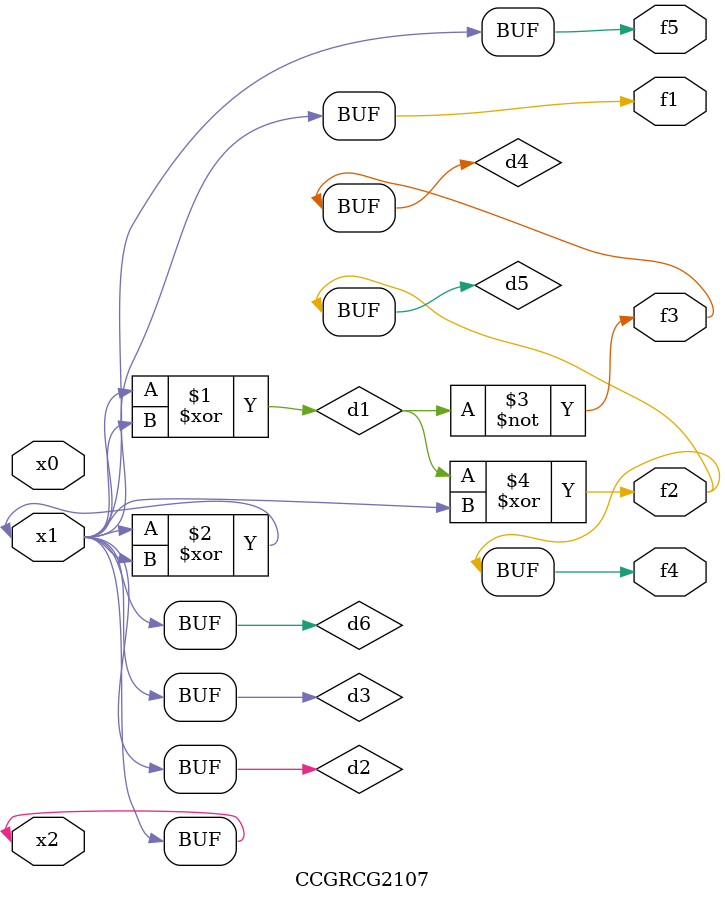
<source format=v>
module CCGRCG2107(
	input x0, x1, x2,
	output f1, f2, f3, f4, f5
);

	wire d1, d2, d3, d4, d5, d6;

	xor (d1, x1, x2);
	buf (d2, x1, x2);
	xor (d3, x1, x2);
	nor (d4, d1);
	xor (d5, d1, d2);
	buf (d6, d2, d3);
	assign f1 = d6;
	assign f2 = d5;
	assign f3 = d4;
	assign f4 = d5;
	assign f5 = d6;
endmodule

</source>
